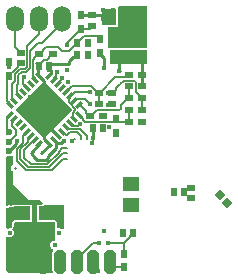
<source format=gbl>
G04*
G04 #@! TF.GenerationSoftware,Altium Limited,Altium Designer,24.4.1 (13)*
G04*
G04 Layer_Physical_Order=8*
G04 Layer_Color=16711680*
%FSLAX44Y44*%
%MOMM*%
G71*
G04*
G04 #@! TF.SameCoordinates,620EA0B3-285C-493C-A982-72F243028F5E*
G04*
G04*
G04 #@! TF.FilePolarity,Positive*
G04*
G01*
G75*
%ADD11C,0.1270*%
%ADD13C,0.2540*%
%ADD16R,0.6000X0.7500*%
%ADD18R,1.3000X1.4000*%
%ADD19R,0.6000X0.6400*%
%ADD25R,1.4000X1.3000*%
%ADD44C,1.2000*%
%ADD48C,0.4500*%
%ADD49R,1.3500X1.1500*%
%ADD50R,0.6400X0.6000*%
%AMCUSTOMSHAPE51*
4,1,8,-0.5000,-0.7500,-0.2500,-1.0000,0.2500,-1.0000,0.5000,-0.7500,0.5000,0.7500,0.2500,1.0000,-0.2500,1.0000,-0.5000,0.7500,-0.5000,-0.7500,0.0*%
%ADD51CUSTOMSHAPE51*%

%ADD52C,0.6000*%
%ADD53O,1.5000X2.2000*%
%AMCUSTOMSHAPE54*
4,1,8,-0.2500,-1.0000,-0.5000,-0.7500,-0.5000,0.7500,-0.2500,1.0000,0.2500,1.0000,0.5000,0.7500,0.5000,-0.7500,0.2500,-1.0000,-0.2500,-1.0000,0.0*%
%ADD54CUSTOMSHAPE54*%

G04:AMPARAMS|DCode=55|XSize=0.6mm|YSize=0.3mm|CornerRadius=0mm|HoleSize=0mm|Usage=FLASHONLY|Rotation=45.000|XOffset=0mm|YOffset=0mm|HoleType=Round|Shape=Rectangle|*
%AMROTATEDRECTD55*
4,1,4,-0.1061,-0.3182,-0.3182,-0.1061,0.1061,0.3182,0.3182,0.1061,-0.1061,-0.3182,0.0*
%
%ADD55ROTATEDRECTD55*%

G04:AMPARAMS|DCode=56|XSize=0.6mm|YSize=0.3mm|CornerRadius=0mm|HoleSize=0mm|Usage=FLASHONLY|Rotation=315.000|XOffset=0mm|YOffset=0mm|HoleType=Round|Shape=Rectangle|*
%AMROTATEDRECTD56*
4,1,4,-0.3182,0.1061,-0.1061,0.3182,0.3182,-0.1061,0.1061,-0.3182,-0.3182,0.1061,0.0*
%
%ADD56ROTATEDRECTD56*%

%ADD57P,4.8790X4X360.0*%
%ADD58R,0.7500X0.6000*%
G04:AMPARAMS|DCode=59|XSize=0.64mm|YSize=0.6mm|CornerRadius=0mm|HoleSize=0mm|Usage=FLASHONLY|Rotation=45.000|XOffset=0mm|YOffset=0mm|HoleType=Round|Shape=Rectangle|*
%AMROTATEDRECTD59*
4,1,4,-0.0141,-0.4384,-0.4384,-0.0141,0.0141,0.4384,0.4384,0.0141,-0.0141,-0.4384,0.0*
%
%ADD59ROTATEDRECTD59*%

G36*
X59961Y73000D02*
X26848D01*
Y90500D01*
X35500D01*
Y107500D01*
X36579Y107961D01*
X59961D01*
Y73000D01*
D02*
G37*
G36*
X-53500Y-25875D02*
X-53581Y-25891D01*
X-54497Y-26503D01*
X-55109Y-27419D01*
X-55324Y-28500D01*
Y-29030D01*
X-55109Y-30111D01*
X-54497Y-31027D01*
X-53581Y-31640D01*
X-53500Y-31656D01*
Y-42500D01*
X-40500Y-55500D01*
X-32000D01*
X-28673Y-58827D01*
X-29159Y-60000D01*
X-33250D01*
Y-74500D01*
X-18500D01*
Y-90270D01*
X-19266D01*
X-20644Y-90841D01*
X-21699Y-91896D01*
X-22270Y-93274D01*
Y-94766D01*
X-21699Y-96144D01*
X-20644Y-97199D01*
X-20041Y-97449D01*
X-19739Y-98943D01*
X-20148Y-99352D01*
X-20624Y-100500D01*
Y-115500D01*
X-20148Y-116648D01*
X-19970Y-116827D01*
X-20456Y-118000D01*
X-29030D01*
X-57038Y-118000D01*
X-59961Y-115077D01*
Y-87588D01*
X-59316Y-87214D01*
X-58691Y-86984D01*
X-57446Y-87500D01*
X-55954D01*
X-54576Y-86929D01*
X-53521Y-85874D01*
X-52950Y-84496D01*
Y-83004D01*
X-53521Y-81626D01*
X-53817Y-81330D01*
X-54516Y-80500D01*
X-53817Y-79670D01*
X-53521Y-79374D01*
X-52950Y-77996D01*
Y-76504D01*
X-53254Y-75770D01*
X-52487Y-74500D01*
X-37750D01*
Y-60000D01*
X-54250D01*
Y-60000D01*
X-55520Y-60680D01*
X-55954Y-60500D01*
X-57446D01*
X-58691Y-61016D01*
X-59316Y-60786D01*
X-59961Y-60412D01*
Y-19301D01*
X-58691Y-18670D01*
X-57895Y-19000D01*
X-56105D01*
X-54898Y-18500D01*
X-53500D01*
Y-25875D01*
D02*
G37*
G36*
X-39374Y-72876D02*
X-52487D01*
X-52676Y-72954D01*
X-52877Y-72924D01*
X-53230Y-73184D01*
X-53636Y-73352D01*
X-53713Y-73540D01*
X-53877Y-73661D01*
X-54644Y-74931D01*
X-54663Y-75058D01*
X-54754Y-75149D01*
Y-75657D01*
X-54830Y-76160D01*
X-54754Y-76263D01*
Y-76391D01*
X-54574Y-76827D01*
Y-77673D01*
X-54897Y-78454D01*
X-54965Y-78522D01*
X-54993Y-78590D01*
X-55059Y-78624D01*
X-55758Y-79454D01*
X-55954Y-80000D01*
X-57446D01*
X-58230Y-80325D01*
X-59500Y-79688D01*
Y-62713D01*
X-59252Y-62539D01*
X-58661Y-62516D01*
X-58070D01*
X-57123Y-62124D01*
X-56277D01*
X-56141Y-62180D01*
X-56056D01*
X-55990Y-62234D01*
X-55446Y-62180D01*
X-54899D01*
X-54839Y-62120D01*
X-54754Y-62111D01*
X-53843Y-61624D01*
X-39374D01*
Y-72876D01*
D02*
G37*
G36*
X-11000Y-80500D02*
X-12747D01*
X-13954Y-80000D01*
X-15446D01*
X-15480Y-80014D01*
X-16750Y-79166D01*
Y-77500D01*
X-16876D01*
Y-74500D01*
X-17352Y-73352D01*
X-18500Y-72876D01*
X-31626D01*
Y-61624D01*
X-29159D01*
X-28861Y-61500D01*
X-28538D01*
X-28310Y-61272D01*
X-28011Y-61148D01*
X-27888Y-60850D01*
X-27659Y-60621D01*
X-27609Y-60500D01*
X-11000D01*
Y-80500D01*
D02*
G37*
D11*
X-16000Y73500D02*
X-12500Y70000D01*
X-6400D02*
X-1965Y74435D01*
X-12500Y70000D02*
X-6400D01*
X-8500Y74980D02*
X-7882Y75598D01*
Y77118D02*
X3500Y88500D01*
X-7882Y75598D02*
Y77118D01*
X3500Y88500D02*
Y89250D01*
X-26156Y73500D02*
X-16000D01*
X-31000Y67500D02*
X-28635Y69865D01*
Y71021D02*
X-26156Y73500D01*
X-28635Y69865D02*
Y71021D01*
X11150Y89250D02*
X13500Y91600D01*
X3500Y89250D02*
X11150D01*
X3165Y79565D02*
X6600Y83000D01*
X17635D01*
X20000Y80250D02*
Y80635D01*
X600Y77200D02*
X2965Y79565D01*
X17635Y83000D02*
X20000Y80635D01*
X2965Y79565D02*
X3165D01*
X-15908Y42984D02*
X-12000Y46892D01*
Y47500D01*
X-15908Y42376D02*
Y42984D01*
X-52000Y93000D02*
Y97000D01*
Y73900D02*
Y93000D01*
Y73900D02*
X-49565Y71465D01*
X-47200Y68900D02*
X-47000D01*
X-49565Y71265D02*
X-47200Y68900D01*
X-49565Y71265D02*
Y71465D01*
X-25308Y62442D02*
X-23365Y64385D01*
X-31900Y57700D02*
X-27158Y62442D01*
X-25308D01*
X-23365Y64385D02*
Y65135D01*
X-21000Y67500D01*
X-20250D01*
X-31900Y57500D02*
Y57700D01*
X-32525Y56875D02*
X-31900Y57500D01*
X-34265Y60065D02*
X-31900Y57700D01*
X-17139Y51908D02*
X-16521Y52526D01*
X-17139Y49440D02*
Y51908D01*
X-19444Y47135D02*
X-17139Y49440D01*
X-19444Y45912D02*
Y47135D01*
X19500Y35000D02*
X32500Y48000D01*
X903Y7000D02*
X2151Y8249D01*
X-3000Y7000D02*
X903D01*
X2151Y8249D02*
X3025D01*
X-2215Y-4250D02*
X-2075Y-4110D01*
Y-4075D01*
X-1500Y-4650D01*
X-4000Y-6000D02*
X-2250Y-4250D01*
X-2215D01*
X-6055Y4048D02*
X2752D01*
X8500Y-1700D01*
X-5441Y1540D02*
X260D01*
X3500Y-1700D01*
X-8837Y5607D02*
X-7614D01*
X-6055Y4048D01*
X45535Y-86365D02*
X47900Y-84000D01*
X40500Y-92290D02*
X45535Y-87255D01*
Y-86365D01*
X26552Y-92290D02*
X40500D01*
Y-101250D02*
Y-92290D01*
X32750Y-112750D02*
X40500D01*
X28000Y-108000D02*
X32750Y-112750D01*
X-42000Y56745D02*
Y74500D01*
X-32000Y84500D02*
Y97000D01*
X-42000Y56745D02*
Y57000D01*
Y74500D02*
X-32000Y84500D01*
X-43000Y52500D02*
X-39500Y56000D01*
X-29000Y77000D02*
X-12000Y94000D01*
X-39500Y56000D02*
Y70500D01*
X-33000Y77000D02*
X-29000D01*
X-39500Y70500D02*
X-33000Y77000D01*
X26980Y35000D02*
X26980Y35000D01*
X37306Y21369D02*
Y24306D01*
X43500Y30500D01*
X36021Y20084D02*
X37306Y21369D01*
X17084Y20084D02*
X36021D01*
X26980Y35000D02*
X30250D01*
X-1427Y35644D02*
X11480D01*
X-5301Y31770D02*
X-1427Y35644D01*
X7096Y29404D02*
X11480Y25020D01*
X2199Y29404D02*
X7096D01*
X2089Y29295D02*
X2199Y29404D01*
X-1053Y28234D02*
X8Y29295D01*
X2089D01*
X-1766Y28234D02*
X-1053D01*
X-51452Y-953D02*
Y3453D01*
X-57000Y-6500D02*
X-51452Y-953D01*
X-55000Y7000D02*
X-51452Y3453D01*
X-44812Y47438D02*
Y48312D01*
X-45539Y46710D02*
X-44812Y47438D01*
X-45539Y42309D02*
X-42071Y38841D01*
X-45539Y42309D02*
Y46710D01*
X-50680Y41379D02*
X-49500Y42559D01*
X-50680Y34531D02*
Y41379D01*
X-49500Y42559D02*
Y49500D01*
X-46500Y52500D02*
X-43000D01*
X-49500Y49500D02*
X-46500Y52500D01*
X-47500Y55000D02*
X-43745D01*
X-42000Y56745D01*
X-52000Y50500D02*
X-47500Y55000D01*
X-52000Y45000D02*
Y50500D01*
X-55000Y30556D02*
Y42000D01*
X-52000Y45000D01*
X-57000Y50000D02*
X-54635Y52365D01*
X-53885D02*
X-49565Y56685D01*
Y57735D01*
X-57000Y49250D02*
Y50000D01*
X-54635Y52365D02*
X-53885D01*
X0Y-106000D02*
X13710Y-92290D01*
X0Y-111343D02*
Y-106000D01*
X13710Y-92290D02*
X19000D01*
X18167Y-115397D02*
X18520Y-115750D01*
X18167Y-115397D02*
Y-111595D01*
X17500Y-110928D02*
X18167Y-111595D01*
X17500Y-110928D02*
Y-108000D01*
X-20515Y-30715D02*
X-11300Y-21500D01*
X-42761Y-30715D02*
X-20515D01*
X-23075Y-28275D02*
X-11300Y-16500D01*
X-40695Y-28275D02*
X-23075D01*
X-24697Y-25720D02*
X-15226Y-16250D01*
X-38683Y-25720D02*
X-24697D01*
X-49565Y57735D02*
X-47200Y60100D01*
X-47000D01*
X-37000Y49135D02*
X-35000Y47135D01*
Y45912D02*
Y47135D01*
X-37000Y49135D02*
Y62960D01*
X-34865Y65095D01*
Y65135D01*
X-32500Y67500D02*
X-31000D01*
X-34865Y65135D02*
X-32500Y67500D01*
X600Y76800D02*
Y77200D01*
X-1765Y74435D02*
X600Y76800D01*
X-1965Y74435D02*
X-1765D01*
X-57500Y57000D02*
X-57000Y57500D01*
Y60750D01*
X-58500Y28209D02*
Y47750D01*
X-57000Y49250D01*
X-56213Y24699D02*
Y25922D01*
X-58500Y28209D02*
X-56213Y25922D01*
X-55000Y30556D02*
X-52678Y28234D01*
X-50680Y34531D02*
X-49142Y32993D01*
X8423Y17365D02*
X10788Y15000D01*
X12000D01*
X8423Y17365D02*
Y19077D01*
X2801Y24699D02*
X8423Y19077D01*
X1769Y24699D02*
X2801D01*
X12000Y15000D02*
X17084Y20084D01*
X-49142Y31770D02*
Y32993D01*
X42250Y48000D02*
X44250Y50000D01*
X32500Y48000D02*
X42250D01*
X-12000Y94000D02*
Y97000D01*
X-52678Y11454D02*
Y12678D01*
X-55000Y9132D02*
X-52678Y11454D01*
X-55000Y7000D02*
Y9132D01*
X-58500Y4280D02*
Y13500D01*
X-8837Y35305D02*
X-3466Y40676D01*
X12324D01*
Y40676D02*
Y40676D01*
Y40676D02*
X18000Y35000D01*
X7120Y10030D02*
X31280D01*
X33500Y12250D01*
X-5301Y9142D02*
X-5142D01*
X-3000Y7000D01*
X-45500Y-1358D02*
X-42071Y2071D01*
X-45500Y-7525D02*
Y-1358D01*
X-50654Y-12679D02*
X-45500Y-7525D01*
X-41431Y-4454D02*
X-38536Y-1559D01*
X-41431Y-7052D02*
Y-4454D01*
X-47464Y-13085D02*
X-41431Y-7052D01*
X-44434Y-13679D02*
X-35755Y-5000D01*
X-44434Y-19969D02*
Y-13679D01*
X5676Y11474D02*
X7120Y10030D01*
X5676Y11474D02*
Y12306D01*
X-15226Y-15168D02*
X-12273Y-12215D01*
X-15226Y-16250D02*
Y-15168D01*
X-12273Y-12215D02*
X-9065D01*
X-8350Y-11500D01*
X-44434Y-19969D02*
X-38683Y-25720D01*
X-47464Y-21506D02*
Y-13085D01*
Y-21506D02*
X-40695Y-28275D01*
X-50654Y-22822D02*
Y-12679D01*
Y-22822D02*
X-42761Y-30715D01*
X3500Y-4650D02*
Y-1700D01*
X8500Y-4650D02*
Y-1700D01*
X-11300Y-16500D02*
X-8350D01*
X-11300Y-21500D02*
X-8350D01*
X-38536Y-1559D02*
Y-1464D01*
X-35755Y-5000D02*
X-35000D01*
X-7704Y-723D02*
X-5441Y1540D01*
X-9282Y-723D02*
X-7704D01*
X-12075Y2071D02*
X-9282Y-723D01*
X-12373Y2071D02*
X-12075D01*
X31000Y35000D02*
X33365Y37365D01*
Y38520D01*
X36720Y41875D02*
Y41875D01*
X33365Y38520D02*
X36720Y41875D01*
X30250Y35000D02*
X31000D01*
X36720Y41875D02*
X40075Y45230D01*
X18000Y35000D02*
X18750D01*
X19500D01*
X18750Y25000D02*
Y35000D01*
X40075Y45230D02*
X48793D01*
X55000Y30500D02*
X55750D01*
X50102Y35398D02*
X55000Y30500D01*
X50102Y35398D02*
Y43921D01*
X48793Y45230D02*
X50102Y43921D01*
X43500Y30500D02*
X44250D01*
Y40500D01*
X1769Y16213D02*
X5676Y12306D01*
X-6691Y26630D02*
X-1033Y20971D01*
X-6691Y29156D02*
X-5301Y30546D01*
X-6691Y26630D02*
Y29156D01*
X-5301Y30546D02*
Y31770D01*
X-3055Y17897D02*
X-1033Y19919D01*
Y20971D01*
X-3055Y15190D02*
Y17897D01*
X-1766Y12678D02*
Y13901D01*
X-3055Y15190D02*
X-1766Y13901D01*
X55750Y20500D02*
Y30500D01*
X33500Y12250D02*
X35750Y10000D01*
X44250D01*
Y20500D01*
X-58500Y4280D02*
X-57000Y2780D01*
Y1500D02*
Y2780D01*
X-56213Y15787D02*
Y16213D01*
X-58500Y13500D02*
X-56213Y15787D01*
D13*
X-23100Y57500D02*
X-21600Y59000D01*
X-6000D01*
X-6000Y59000D01*
X3500Y100750D02*
X3675Y100575D01*
X13325D01*
X13500Y100400D01*
X26100D01*
X27500Y99000D01*
X-21918Y50833D02*
Y54500D01*
X35000Y65000D02*
X36000Y64000D01*
Y53000D02*
Y64000D01*
X55750Y50000D02*
Y62250D01*
X53000Y65000D02*
X55750Y62250D01*
X-27222Y20456D02*
Y38634D01*
X-27722D02*
X-27222D01*
Y-3968D02*
Y9849D01*
X36000Y53000D02*
X36530D01*
X-52000Y93000D02*
X-48500Y89500D01*
X55000Y50000D02*
X55750D01*
X-27222Y9849D02*
Y20456D01*
X55750Y40500D02*
Y50000D01*
X55750Y10000D02*
X55750Y10000D01*
X-30100Y-16300D02*
X-22820Y-9020D01*
X-22979Y-8536D02*
X-22820Y-8695D01*
Y-9020D02*
Y-8695D01*
X-30100Y-16500D02*
Y-16300D01*
X-32525Y50508D02*
Y56875D01*
Y50508D02*
X-31465Y49447D01*
X-27222Y38634D02*
Y44879D01*
X-31465Y49122D02*
Y49447D01*
Y49122D02*
X-27222Y44879D01*
X-15908Y-1464D02*
Y-1464D01*
X-27222Y9849D02*
X-15908Y-1464D01*
X-27222Y-3968D02*
X-22979Y-8210D01*
Y-8536D02*
Y-8210D01*
Y49773D02*
X-21918Y50833D01*
X-22979Y49447D02*
Y49773D01*
X-2740Y65070D02*
X-1130D01*
X-6000Y61810D02*
X-2740Y65070D01*
X600Y66800D02*
Y67000D01*
X-1130Y65070D02*
X600Y66800D01*
X-6000Y59000D02*
Y61810D01*
X35500Y81000D02*
X53000D01*
X35000D02*
X35500D01*
X40730Y86230D02*
Y88700D01*
X35500Y81000D02*
X40730Y86230D01*
X41500Y89470D02*
Y90000D01*
X40730Y88700D02*
X41500Y89470D01*
X55500Y83500D02*
Y90000D01*
X53000Y81000D02*
X55500Y83500D01*
X23500Y56121D02*
Y64500D01*
X20000Y68000D02*
X23500Y64500D01*
X20000Y68000D02*
Y68750D01*
X-50884Y-6260D02*
X-50509Y-5885D01*
X-50884Y-8384D02*
Y-6260D01*
X-57000Y-14500D02*
X-50884Y-8384D01*
X-24415Y-19038D02*
X-17638Y-12262D01*
X-24415Y-20605D02*
Y-19038D01*
X-17638Y-12262D02*
Y-6805D01*
X13550Y-4600D02*
Y4950D01*
X-26116Y-22307D02*
X-24415Y-20605D01*
X-33839Y-22307D02*
X-26116D01*
X-11444Y-5691D02*
X-10914D01*
X-52500Y-29030D02*
Y-28500D01*
X13550Y4950D02*
X13600Y5000D01*
X13500Y-4650D02*
X13550Y-4600D01*
X-37170Y-18976D02*
X-33839Y-22307D01*
X-13253Y-7500D02*
X-11444Y-5691D01*
X-16618Y-7500D02*
X-13253D01*
X-19444Y-5000D02*
X-17638Y-6805D01*
X-37170Y-18976D02*
Y-18230D01*
X-38900Y-16500D02*
X-37170Y-18230D01*
Y-14770D02*
Y-14241D01*
X-38900Y-16500D02*
X-37170Y-14770D01*
Y-14241D02*
X-31465Y-8536D01*
D16*
X3500Y100750D02*
D03*
Y89250D02*
D03*
X40500Y-112750D02*
D03*
Y-101250D02*
D03*
X20000Y68750D02*
D03*
Y80250D02*
D03*
X-57000Y60750D02*
D03*
Y49250D02*
D03*
X33500Y12250D02*
D03*
Y750D02*
D03*
D18*
X27500Y99000D02*
D03*
X43500D02*
D03*
D19*
X90900Y-49500D02*
D03*
X82100D02*
D03*
X39100Y-84000D02*
D03*
X47900D02*
D03*
X9400Y77000D02*
D03*
X600D02*
D03*
X-23100Y57500D02*
D03*
X-31900D02*
D03*
X13600Y5000D02*
D03*
X22400D02*
D03*
X9400Y67000D02*
D03*
X600D02*
D03*
D25*
X53000Y81000D02*
D03*
Y65000D02*
D03*
X35000D02*
D03*
Y81000D02*
D03*
D44*
Y65000D02*
X53000D01*
D48*
X-8000Y54000D02*
D03*
X-8500Y74980D02*
D03*
X3500Y100750D02*
D03*
X13500Y100400D02*
D03*
X-12000Y47500D02*
D03*
X35000Y65000D02*
D03*
X39500Y61500D02*
D03*
Y69000D02*
D03*
X30500Y97500D02*
D03*
X22500Y97000D02*
D03*
X31000Y105000D02*
D03*
X22000D02*
D03*
X-39500Y24500D02*
D03*
Y31000D02*
D03*
X-25500Y25000D02*
D03*
X27260Y5875D02*
D03*
X-25500Y31500D02*
D03*
X-27000Y3500D02*
D03*
X-23000Y-89500D02*
D03*
Y-102500D02*
D03*
Y-109000D02*
D03*
Y-115000D02*
D03*
X-26480Y-95500D02*
D03*
X36000Y53000D02*
D03*
X9400Y67000D02*
D03*
X-55500Y103500D02*
D03*
Y89500D02*
D03*
X-48500Y96500D02*
D03*
Y89500D02*
D03*
X-48000Y103500D02*
D03*
X-57750Y-42626D02*
D03*
Y-50000D02*
D03*
X-57750Y-36000D02*
D03*
Y-57409D02*
D03*
X-23000Y54500D02*
D03*
X-16521Y52526D02*
D03*
X41500Y104000D02*
D03*
X23500Y56121D02*
D03*
X3025Y8249D02*
D03*
X-4000Y-6000D02*
D03*
X-6979Y43986D02*
D03*
X-18520Y-94020D02*
D03*
X26980Y35000D02*
D03*
X11480Y35644D02*
D03*
Y25020D02*
D03*
X-50509Y-5885D02*
D03*
X-44812Y48312D02*
D03*
X13630Y-3144D02*
D03*
X26552Y-92290D02*
D03*
X18520Y-115750D02*
D03*
X-57500Y57000D02*
D03*
X19000Y-92290D02*
D03*
X26980Y24239D02*
D03*
X48500Y97000D02*
D03*
X41500Y90000D02*
D03*
X55500D02*
D03*
Y104000D02*
D03*
X-56700Y-83750D02*
D03*
X-14700Y-77250D02*
D03*
Y-83750D02*
D03*
X-10914Y-5691D02*
D03*
X-56700Y-77250D02*
D03*
Y-70750D02*
D03*
Y-64250D02*
D03*
X-14700D02*
D03*
Y-70750D02*
D03*
X13500Y-8000D02*
D03*
X23624Y-81850D02*
D03*
D49*
X46500Y-60250D02*
D03*
Y-42750D02*
D03*
X-46000Y-67250D02*
D03*
Y-84750D02*
D03*
X-25000Y-67250D02*
D03*
Y-84750D02*
D03*
D50*
X13500Y91600D02*
D03*
Y100400D02*
D03*
X-47000Y68900D02*
D03*
Y60100D02*
D03*
X96500Y-54400D02*
D03*
Y-45600D02*
D03*
D51*
X-28000Y-108000D02*
D03*
X28000D02*
D03*
X14000D02*
D03*
X0D02*
D03*
D52*
X-57000Y-22500D02*
D03*
Y-14500D02*
D03*
Y-6500D02*
D03*
Y1500D02*
D03*
D53*
X-52000Y97000D02*
D03*
X-12000D02*
D03*
X-32000D02*
D03*
D54*
X-14000Y-108000D02*
D03*
D55*
X-45607Y5607D02*
D03*
X-12373Y38841D02*
D03*
X-38536Y-1464D02*
D03*
X-49142Y9142D02*
D03*
X-42071Y2071D02*
D03*
X-52678Y12678D02*
D03*
X-35000Y-5000D02*
D03*
X-15908Y42376D02*
D03*
X-5301Y31770D02*
D03*
X-1766Y28234D02*
D03*
X-19444Y45912D02*
D03*
X-8837Y35305D02*
D03*
X-56213Y16213D02*
D03*
X-31465Y-8536D02*
D03*
X1769Y24699D02*
D03*
X-22979Y49447D02*
D03*
D56*
X-42071Y38841D02*
D03*
X-38536Y42376D02*
D03*
X-35000Y45912D02*
D03*
X-49142Y31770D02*
D03*
X-45607Y35305D02*
D03*
X-1766Y12678D02*
D03*
X-8837Y5607D02*
D03*
X-19444Y-5000D02*
D03*
X-15908Y-1464D02*
D03*
X-5301Y9142D02*
D03*
X-12373Y2071D02*
D03*
X-52678Y28234D02*
D03*
X-56213Y24699D02*
D03*
X-22979Y-8536D02*
D03*
X1769Y16213D02*
D03*
X-31465Y49447D02*
D03*
D57*
X-27222Y20456D02*
D03*
D58*
X44250Y10000D02*
D03*
X55750D02*
D03*
X-20250Y67500D02*
D03*
X-31750D02*
D03*
X30250Y35000D02*
D03*
X18750D02*
D03*
Y25000D02*
D03*
X30250D02*
D03*
X44250Y30500D02*
D03*
X55750D02*
D03*
X44250Y20500D02*
D03*
X55750D02*
D03*
X44250Y40500D02*
D03*
X55750D02*
D03*
X22750Y15000D02*
D03*
X11250D02*
D03*
X44250Y50000D02*
D03*
X55750D02*
D03*
D59*
X127611Y-58111D02*
D03*
X121389Y-51889D02*
D03*
M02*

</source>
